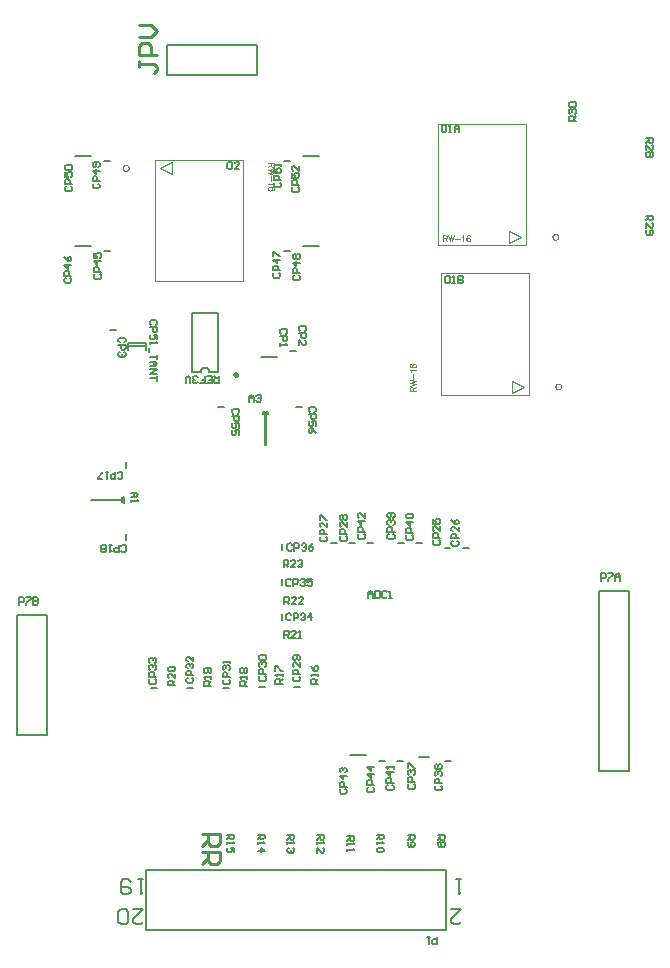
<source format=gto>
%FSTAX43Y43*%
%MOMM*%
%SFA1B1*%

%IPPOS*%
%ADD41C,0.200000*%
%ADD42C,0.010000*%
%ADD43C,0.250000*%
%ADD44C,0.150000*%
%ADD45C,0.253999*%
%ADD46C,0.076000*%
%ADD47C,0.203000*%
%LNpcb1-1*%
%LPD*%
G54D41*
X0147526Y0133249D02*
D01*
X0147527Y0133233*
X0147529Y0133217*
X0147532Y01332*
X0147536Y0133184*
X0147541Y0133168*
X0147547Y0133153*
X0147554Y0133138*
X0147563Y0133124*
X0147572Y013311*
X0147582Y0133097*
X0147593Y0133085*
X0147605Y0133073*
X0147618Y0133063*
X0147631Y0133053*
X0147645Y0133044*
X014766Y0133036*
X0147675Y013303*
X014769Y0133024*
X0147706Y013302*
X0147722Y0133016*
X0147739Y0133014*
X0147755Y0133013*
X0147772*
X0147788Y0133014*
X0147805Y0133016*
X0147821Y013302*
X0147837Y0133024*
X0147852Y013303*
X0147867Y0133036*
X0147882Y0133044*
X0147896Y0133053*
X0147909Y0133063*
X0147922Y0133073*
X0147934Y0133085*
X0147945Y0133097*
X0147955Y013311*
X0147964Y0133124*
X0147973Y0133138*
X014798Y0133153*
X0147986Y0133168*
X0147991Y0133184*
X0147995Y01332*
X0147998Y0133217*
X0148Y0133233*
X0148Y0133249*
X0135813Y0126036D02*
D01*
X0135797Y0126036*
X0135781Y0126034*
X0135764Y0126031*
X0135748Y0126027*
X0135732Y0126022*
X0135717Y0126016*
X0135702Y0126009*
X0135688Y0126*
X0135674Y0125991*
X0135661Y0125981*
X0135649Y012597*
X0135637Y0125958*
X0135627Y0125945*
X0135617Y0125932*
X0135608Y0125918*
X01356Y0125903*
X0135594Y0125888*
X0135588Y0125873*
X0135584Y0125857*
X013558Y0125841*
X0135578Y0125824*
X0135577Y0125808*
Y0125791*
X0135578Y0125775*
X013558Y0125758*
X0135584Y0125742*
X0135588Y0125726*
X0135594Y0125711*
X01356Y0125696*
X0135608Y0125681*
X0135617Y0125667*
X0135627Y0125654*
X0135637Y0125641*
X0135649Y0125629*
X0135661Y0125618*
X0135674Y0125608*
X0135688Y0125599*
X0135702Y012559*
X0135717Y0125583*
X0135732Y0125577*
X0135748Y0125572*
X0135764Y0125568*
X0135781Y0125565*
X0135797Y0125563*
X0135813Y0125561*
X014303Y0136625D02*
D01*
X014303Y0136651*
X0143027Y0136677*
X0143022Y0136702*
X0143016Y0136727*
X0143008Y0136751*
X0142999Y0136775*
X0142988Y0136798*
X0142975Y013682*
X014296Y0136841*
X0142945Y0136861*
X0142927Y013688*
X0142909Y0136898*
X0142889Y0136915*
X0142869Y013693*
X0142847Y0136943*
X0142824Y0136955*
X0142801Y0136966*
X0142777Y0136975*
X0142752Y0136982*
X0142727Y0136987*
X0142702Y013699*
X0142676Y0136992*
X0142651*
X0142625Y013699*
X01426Y0136987*
X0142575Y0136982*
X014255Y0136975*
X0142526Y0136966*
X0142503Y0136955*
X014248Y0136943*
X0142458Y013693*
X0142438Y0136915*
X0142418Y0136898*
X0142399Y013688*
X0142382Y0136861*
X0142367Y0136841*
X0142352Y013682*
X0142339Y0136798*
X0142328Y0136775*
X0142319Y0136751*
X0142311Y0136727*
X0142304Y0136702*
X01423Y0136677*
X0142297Y0136651*
X0142296Y0136625*
X0147748Y0130399D02*
Y0133249D01*
Y0130399D02*
X0147778D01*
Y0133249*
X0148*
X0147526D02*
X0147748D01*
X0143773Y0133666D02*
X0144273D01*
X0150387D02*
X0150887D01*
X0154965Y0104187D02*
X0156265D01*
X0149154Y0118552D02*
Y0119052D01*
Y0121569D02*
Y0122069D01*
X0162985Y0103687D02*
X0163485D01*
X0158968Y0122144D02*
X0159468D01*
X0160492D02*
X0160992D01*
X0158921Y0103687D02*
X0159421D01*
X0156381Y0122109D02*
X0156881D01*
X0157397Y0103687D02*
X0157897D01*
X0160803Y0103987D02*
X0161603D01*
X0138067Y0109854D02*
X0138567D01*
X0149129Y0115629D02*
Y0116129D01*
X0162934Y0121715D02*
X0163434D01*
X0164509D02*
X0165009D01*
X0153333Y0122109D02*
X0153833D01*
X0154857D02*
X0155357D01*
X0144213Y0109829D02*
X0144713D01*
X0141165D02*
X0141665D01*
X014725Y0109939D02*
X014775D01*
X0150167D02*
X0150667D01*
X0131674Y0147322D02*
X0132974D01*
X0134106Y0146822D02*
X0134606D01*
X0131674Y0154942D02*
X0132974D01*
X0134106Y0154442D02*
X0134606D01*
X0149346D02*
X0149846D01*
X0150978Y0154942D02*
X0152278D01*
X0135973Y0122365D02*
Y0122865D01*
X0132963Y0125814D02*
X0135813D01*
X0132963Y0125784D02*
Y0125814D01*
Y0125784D02*
X0135813D01*
Y0125561D02*
Y0125784D01*
Y0125814D02*
Y0126036D01*
X0135973Y0128461D02*
Y0128961D01*
X0150978Y0147322D02*
X0152278D01*
X0149346Y0146822D02*
X0149846D01*
X0149854Y0138358D02*
X0150354D01*
X0147422Y0137858D02*
X0148722D01*
X0141563Y0136625D02*
Y0141625D01*
X0143763Y0136625D02*
Y0141625D01*
X0141563D02*
X0143763D01*
X0141563Y0136625D02*
X0142296D01*
X014303D02*
X0143763D01*
X0137696Y0138442D02*
Y0139042D01*
X0136096Y0138442D02*
Y0139042D01*
X0137696*
X0136096Y0138852D02*
X0137696D01*
X0134614Y0140142D02*
X0135114D01*
X0126745Y0116077D02*
X0129285D01*
Y0105917D02*
Y0116077D01*
X0126745Y0105917D02*
Y0116077D01*
Y0105917D02*
X0129285D01*
X0178561Y0102869D02*
Y0118109D01*
X0176021Y0102869D02*
Y0118109D01*
Y0102869D02*
X0178561D01*
X0176021Y0118109D02*
X0178561D01*
X0147065Y0161797D02*
Y0164337D01*
X0139445Y0161797D02*
X0147065D01*
X0139445D02*
Y0164337D01*
X0147065*
X0137682Y0089335D02*
Y0094415D01*
X0161177D02*
X0163082D01*
Y0089335D02*
Y0094415D01*
X0161177Y0089335D02*
X0163082D01*
X0137682D02*
X0161177D01*
X0137682Y0094415D02*
X0161177D01*
G54D42*
X0172319Y014781D02*
D01*
X0172337Y0147811*
X0172354Y0147813*
X0172371Y0147816*
X0172388Y014782*
X0172405Y0147826*
X0172421Y0147832*
X0172437Y014784*
X0172452Y0147848*
X0172466Y0147858*
X017248Y0147869*
X0172493Y0147881*
X0172505Y0147893*
X0172516Y0147907*
X0172527Y0147921*
X0172536Y0147935*
X0172544Y0147951*
X0172551Y0147967*
X0172557Y0147983*
X0172562Y0148*
X0172566Y0148017*
X0172568Y0148034*
X0172569Y0148052*
Y0148069*
X0172568Y0148087*
X0172566Y0148104*
X0172562Y0148121*
X0172557Y0148138*
X0172551Y0148154*
X0172544Y014817*
X0172536Y0148185*
X0172527Y01482*
X0172516Y0148214*
X0172505Y0148228*
X0172493Y014824*
X017248Y0148252*
X0172466Y0148263*
X0172452Y0148273*
X0172437Y0148281*
X0172421Y0148289*
X0172405Y0148295*
X0172388Y0148301*
X0172371Y0148305*
X0172354Y0148308*
X0172337Y014831*
X0172319Y014831*
D01*
X0172302Y014831*
X0172285Y0148308*
X0172268Y0148305*
X0172251Y0148301*
X0172234Y0148295*
X0172218Y0148289*
X0172202Y0148281*
X0172187Y0148273*
X0172173Y0148263*
X0172159Y0148252*
X0172146Y014824*
X0172134Y0148228*
X0172122Y0148214*
X0172112Y01482*
X0172103Y0148185*
X0172095Y014817*
X0172088Y0148154*
X0172082Y0148138*
X0172077Y0148121*
X0172073Y0148104*
X0172071Y0148087*
X017207Y0148069*
Y0148052*
X0172071Y0148034*
X0172073Y0148017*
X0172077Y0148*
X0172082Y0147983*
X0172088Y0147967*
X0172095Y0147951*
X0172103Y0147935*
X0172112Y0147921*
X0172122Y0147907*
X0172134Y0147893*
X0172146Y0147881*
X0172159Y0147869*
X0172173Y0147858*
X0172187Y0147848*
X0172202Y014784*
X0172218Y0147832*
X0172234Y0147826*
X0172251Y014782*
X0172268Y0147816*
X0172285Y0147813*
X0172302Y0147811*
X0172319Y014781*
X017257Y0135135D02*
D01*
X0172588Y0135136*
X0172605Y0135138*
X0172622Y0135141*
X0172639Y0135145*
X0172656Y0135151*
X0172672Y0135157*
X0172688Y0135165*
X0172703Y0135173*
X0172717Y0135183*
X0172731Y0135194*
X0172744Y0135206*
X0172756Y0135218*
X0172767Y0135232*
X0172778Y0135246*
X0172787Y013526*
X0172795Y0135276*
X0172802Y0135292*
X0172808Y0135308*
X0172813Y0135325*
X0172817Y0135342*
X0172819Y0135359*
X017282Y0135377*
Y0135394*
X0172819Y0135412*
X0172817Y0135429*
X0172813Y0135446*
X0172808Y0135463*
X0172802Y0135479*
X0172795Y0135495*
X0172787Y013551*
X0172778Y0135525*
X0172767Y0135539*
X0172756Y0135553*
X0172744Y0135565*
X0172731Y0135577*
X0172717Y0135588*
X0172703Y0135598*
X0172688Y0135606*
X0172672Y0135614*
X0172656Y013562*
X0172639Y0135626*
X0172622Y013563*
X0172605Y0135633*
X0172588Y0135635*
X017257Y0135635*
D01*
X0172553Y0135635*
X0172536Y0135633*
X0172519Y013563*
X0172502Y0135626*
X0172485Y013562*
X0172469Y0135614*
X0172453Y0135606*
X0172438Y0135598*
X0172424Y0135588*
X017241Y0135577*
X0172397Y0135565*
X0172385Y0135553*
X0172373Y0135539*
X0172363Y0135525*
X0172354Y013551*
X0172346Y0135495*
X0172339Y0135479*
X0172333Y0135463*
X0172328Y0135446*
X0172324Y0135429*
X0172322Y0135412*
X0172321Y0135394*
Y0135377*
X0172322Y0135359*
X0172324Y0135342*
X0172328Y0135325*
X0172333Y0135308*
X0172339Y0135292*
X0172346Y0135276*
X0172354Y013526*
X0172363Y0135246*
X0172373Y0135232*
X0172385Y0135218*
X0172397Y0135206*
X017241Y0135194*
X0172424Y0135183*
X0172438Y0135173*
X0172453Y0135165*
X0172469Y0135157*
X0172485Y0135151*
X0172502Y0135145*
X0172519Y0135141*
X0172536Y0135138*
X0172553Y0135136*
X017257Y0135135*
X0135945Y0154143D02*
D01*
X0135928Y0154143*
X0135911Y0154141*
X0135894Y0154138*
X0135877Y0154134*
X013586Y0154128*
X0135844Y0154122*
X0135828Y0154114*
X0135813Y0154105*
X0135799Y0154096*
X0135785Y0154085*
X0135772Y0154073*
X013576Y0154061*
X0135748Y0154047*
X0135738Y0154033*
X0135729Y0154018*
X0135721Y0154003*
X0135714Y0153987*
X0135708Y0153971*
X0135703Y0153954*
X0135699Y0153937*
X0135697Y015392*
X0135696Y0153902*
Y0153885*
X0135697Y0153867*
X0135699Y015385*
X0135703Y0153833*
X0135708Y0153816*
X0135714Y01538*
X0135721Y0153784*
X0135729Y0153768*
X0135738Y0153754*
X0135748Y015374*
X013576Y0153726*
X0135772Y0153714*
X0135785Y0153702*
X0135799Y0153691*
X0135813Y0153681*
X0135828Y0153673*
X0135844Y0153665*
X013586Y0153659*
X0135877Y0153653*
X0135894Y0153649*
X0135911Y0153646*
X0135928Y0153644*
X0135945Y0153642*
D01*
X0135963Y0153643*
X013598Y0153645*
X0135997Y0153648*
X0136014Y0153652*
X0136031Y0153658*
X0136047Y0153664*
X0136063Y0153672*
X0136078Y015368*
X0136092Y015369*
X0136106Y0153701*
X0136119Y0153713*
X0136131Y0153725*
X0136142Y0153739*
X0136153Y0153753*
X0136162Y0153767*
X013617Y0153783*
X0136177Y0153799*
X0136183Y0153815*
X0136188Y0153832*
X0136192Y0153849*
X0136194Y0153866*
X0136195Y0153884*
Y0153901*
X0136194Y0153919*
X0136192Y0153936*
X0136188Y0153953*
X0136183Y015397*
X0136177Y0153986*
X013617Y0154002*
X0136162Y0154017*
X0136153Y0154032*
X0136142Y0154046*
X0136131Y015406*
X0136119Y0154072*
X0136106Y0154084*
X0136092Y0154095*
X0136078Y0154105*
X0136063Y0154113*
X0136047Y0154121*
X0136031Y0154127*
X0136014Y0154133*
X0135997Y0154137*
X013598Y015414*
X0135963Y0154142*
X0135945Y0154143*
X0168411Y0147548D02*
X016943Y0148059D01*
X0168411Y0147548D02*
Y0148559D01*
X016943Y0148059*
X0169811Y0147348D02*
Y015765D01*
X0162409D02*
X0169811D01*
X0162409Y0147348D02*
Y015765D01*
Y0147348D02*
X0169811D01*
X0168662Y0134873D02*
X0169681Y0135384D01*
X0168662Y0134873D02*
Y0135884D01*
X0169681Y0135384*
X0170062Y0134673D02*
Y0144975D01*
X016266D02*
X0170062D01*
X016266Y0134673D02*
Y0144975D01*
Y0134673D02*
X0170062D01*
X0138834Y0153894D02*
X0139853Y0154404D01*
Y0153393D02*
Y0154404D01*
X0138834Y0153894D02*
X0139853Y0153393D01*
X0138453Y0144303D02*
Y0154605D01*
Y0144303D02*
X0145855D01*
Y0154605*
X0138453D02*
X0145855D01*
G54D43*
X0145388Y013637D02*
D01*
X0145388Y0136379*
X0145387Y0136388*
X0145386Y0136396*
X0145384Y0136405*
X0145381Y0136413*
X0145378Y0136421*
X0145374Y0136429*
X0145369Y0136437*
X0145365Y0136444*
X0145359Y0136451*
X0145353Y0136457*
X0145347Y0136463*
X014534Y0136469*
X0145333Y0136474*
X0145326Y0136479*
X0145318Y0136483*
X014531Y0136486*
X0145302Y0136489*
X0145294Y0136492*
X0145285Y0136494*
X0145277Y0136495*
X0145268Y0136495*
X0145259*
X014525Y0136495*
X0145242Y0136494*
X0145233Y0136492*
X0145225Y0136489*
X0145217Y0136486*
X0145209Y0136483*
X0145201Y0136479*
X0145194Y0136474*
X0145187Y0136469*
X014518Y0136463*
X0145174Y0136457*
X0145168Y0136451*
X0145162Y0136444*
X0145157Y0136437*
X0145153Y0136429*
X0145149Y0136421*
X0145146Y0136413*
X0145143Y0136405*
X0145141Y0136396*
X014514Y0136388*
X0145139Y0136379*
X0145138Y013637*
X0145139Y0136362*
X014514Y0136353*
X0145141Y0136344*
X0145143Y0136336*
X0145146Y0136328*
X0145149Y013632*
X0145153Y0136312*
X0145157Y0136304*
X0145162Y0136297*
X0145168Y013629*
X0145174Y0136284*
X014518Y0136278*
X0145187Y0136272*
X0145194Y0136267*
X0145201Y0136262*
X0145209Y0136258*
X0145217Y0136255*
X0145225Y0136252*
X0145233Y0136249*
X0145242Y0136247*
X014525Y0136246*
X0145259Y0136246*
X0145268*
X0145277Y0136246*
X0145285Y0136247*
X0145294Y0136249*
X0145302Y0136252*
X014531Y0136255*
X0145318Y0136258*
X0145326Y0136262*
X0145333Y0136267*
X014534Y0136272*
X0145347Y0136278*
X0145353Y0136284*
X0145359Y013629*
X0145365Y0136297*
X0145369Y0136304*
X0145374Y0136312*
X0145378Y013632*
X0145381Y0136328*
X0145384Y0136336*
X0145386Y0136344*
X0145387Y0136353*
X0145388Y0136362*
X0145388Y013637*
G54D44*
X0151918Y013324D02*
X0152018Y013334D01*
Y0133539*
X0151918Y0133639*
X0151518*
X0151418Y0133539*
Y013334*
X0151518Y013324*
X0151418Y013304D02*
X0152018D01*
Y013274*
X0151918Y013264*
X0151718*
X0151618Y013274*
Y013304*
X0152018Y013204D02*
Y013244D01*
X0151718*
X0151818Y013224*
Y013214*
X0151718Y013204*
X0151518*
X0151418Y013214*
Y013234*
X0151518Y013244*
X0152018Y013144D02*
X0151918Y013164D01*
X0151718Y013184*
X0151518*
X0151418Y013174*
Y013154*
X0151518Y013144*
X0151618*
X0151718Y013154*
Y013184*
X0145404Y013309D02*
X0145504Y013319D01*
Y0133389*
X0145404Y0133489*
X0145004*
X0144904Y0133389*
Y013319*
X0145004Y013309*
X0144904Y013289D02*
X0145504D01*
Y013259*
X0145404Y013249*
X0145204*
X0145104Y013259*
Y013289*
X0145504Y013189D02*
Y013229D01*
X0145204*
X0145304Y013209*
Y013199*
X0145204Y013189*
X0145004*
X0144904Y013199*
Y013219*
X0145004Y013229*
X0145504Y013129D02*
Y013169D01*
X0145204*
X0145304Y013149*
Y013139*
X0145204Y013129*
X0145004*
X0144904Y013139*
Y013159*
X0145004Y013169*
X0146372Y0134108D02*
Y0134507D01*
X0146572Y0134707*
X0146772Y0134507*
Y0134108*
Y0134407*
X0146372*
X0146972Y0134607D02*
X0147072Y0134707D01*
X0147272*
X0147372Y0134607*
Y0134507*
X0147272Y0134407*
X0147172*
X0147272*
X0147372Y0134307*
Y0134207*
X0147272Y0134108*
X0147072*
X0146972Y0134207*
X0156445Y0117489D02*
Y0117889D01*
X0156645Y0118089*
X0156845Y0117889*
Y0117489*
Y0117789*
X0156445*
X0157045Y0118089D02*
Y0117489D01*
X0157345*
X0157445Y0117589*
Y0117989*
X0157345Y0118089*
X0157045*
X0158044Y0117989D02*
X0157945Y0118089D01*
X0157745*
X0157645Y0117989*
Y0117589*
X0157745Y0117489*
X0157945*
X0158044Y0117589*
X0158244Y0117489D02*
X0158444D01*
X0158344*
Y0118089*
X0158244Y0117989*
X0162055Y0122371D02*
X0161955Y0122271D01*
Y0122071*
X0162055Y0121971*
X0162455*
X0162555Y0122071*
Y0122271*
X0162455Y0122371*
X0162555Y0122571D02*
X0161955D01*
Y0122871*
X0162055Y0122971*
X0162255*
X0162355Y0122871*
Y0122571*
X0162555Y012357D02*
Y0123171D01*
X0162155Y012357*
X0162055*
X0161955Y0123471*
Y0123271*
X0162055Y0123171*
X0161955Y012417D02*
Y012377D01*
X0162255*
X0162155Y012397*
Y012407*
X0162255Y012417*
X0162455*
X0162555Y012407*
Y012387*
X0162455Y012377*
X0163614Y0122321D02*
X0163514Y0122221D01*
Y0122021*
X0163614Y0121921*
X0164014*
X0164114Y0122021*
Y0122221*
X0164014Y0122321*
X0164114Y0122521D02*
X0163514D01*
Y0122821*
X0163614Y0122921*
X0163814*
X0163914Y0122821*
Y0122521*
X0164114Y012352D02*
Y0123121D01*
X0163714Y012352*
X0163614*
X0163514Y0123421*
Y0123221*
X0163614Y0123121*
X0163514Y012412D02*
X0163614Y012392D01*
X0163814Y012372*
X0164014*
X0164114Y012382*
Y012402*
X0164014Y012412*
X0163914*
X0163814Y012402*
Y012372*
X0152453Y0122665D02*
X0152353Y0122565D01*
Y0122365*
X0152453Y0122265*
X0152853*
X0152953Y0122365*
Y0122565*
X0152853Y0122665*
X0152953Y0122865D02*
X0152353D01*
Y0123165*
X0152453Y0123265*
X0152653*
X0152753Y0123165*
Y0122865*
X0152953Y0123864D02*
Y0123465D01*
X0152553Y0123864*
X0152453*
X0152353Y0123765*
Y0123565*
X0152453Y0123465*
X0152353Y0124064D02*
Y0124464D01*
X0152453*
X0152853Y0124064*
X0152953*
X0154164Y0122705D02*
X0154064Y0122605D01*
Y0122405*
X0154164Y0122305*
X0154564*
X0154664Y0122405*
Y0122605*
X0154564Y0122705*
X0154664Y0122905D02*
X0154064D01*
Y0123205*
X0154164Y0123305*
X0154364*
X0154464Y0123205*
Y0122905*
X0154664Y0123904D02*
Y0123505D01*
X0154264Y0123904*
X0154164*
X0154064Y0123805*
Y0123605*
X0154164Y0123505*
Y0124104D02*
X0154064Y0124204D01*
Y0124404*
X0154164Y0124504*
X0154264*
X0154364Y0124404*
X0154464Y0124504*
X0154564*
X0154664Y0124404*
Y0124204*
X0154564Y0124104*
X0154464*
X0154364Y0124204*
X0154264Y0124104*
X0154164*
X0154364Y0124204D02*
Y0124404D01*
X0150199Y0110824D02*
X0150099Y0110724D01*
Y0110524*
X0150199Y0110424*
X0150599*
X0150699Y0110524*
Y0110724*
X0150599Y0110824*
X0150699Y0111024D02*
X0150099D01*
Y0111324*
X0150199Y0111424*
X0150399*
X0150499Y0111324*
Y0111024*
X0150699Y0112023D02*
Y0111624D01*
X0150299Y0112023*
X0150199*
X0150099Y0111924*
Y0111724*
X0150199Y0111624*
X0150599Y0112223D02*
X0150699Y0112323D01*
Y0112523*
X0150599Y0112623*
X0150199*
X0150099Y0112523*
Y0112323*
X0150199Y0112223*
X0150299*
X0150399Y0112323*
Y0112623*
X0147299Y0110849D02*
X0147199Y0110749D01*
Y0110549*
X0147299Y0110449*
X0147699*
X0147799Y0110549*
Y0110749*
X0147699Y0110849*
X0147799Y0111049D02*
X0147199D01*
Y0111349*
X0147299Y0111449*
X0147499*
X0147599Y0111349*
Y0111049*
X0147299Y0111649D02*
X0147199Y0111749D01*
Y0111949*
X0147299Y0112048*
X0147399*
X0147499Y0111949*
Y0111849*
Y0111949*
X0147599Y0112048*
X0147699*
X0147799Y0111949*
Y0111749*
X0147699Y0111649*
X0147299Y0112248D02*
X0147199Y0112348D01*
Y0112548*
X0147299Y0112648*
X0147699*
X0147799Y0112548*
Y0112348*
X0147699Y0112248*
X0147299*
X0144249Y0110574D02*
X0144149Y0110474D01*
Y0110274*
X0144249Y0110174*
X0144649*
X0144749Y0110274*
Y0110474*
X0144649Y0110574*
X0144749Y0110774D02*
X0144149D01*
Y0111074*
X0144249Y0111174*
X0144449*
X0144549Y0111074*
Y0110774*
X0144249Y0111374D02*
X0144149Y0111474D01*
Y0111674*
X0144249Y0111773*
X0144349*
X0144449Y0111674*
Y0111574*
Y0111674*
X0144549Y0111773*
X0144649*
X0144749Y0111674*
Y0111474*
X0144649Y0111374*
X0144749Y0111973D02*
Y0112173D01*
Y0112073*
X0144149*
X0144249Y0111973*
X0141174Y0110724D02*
X0141074Y0110624D01*
Y0110424*
X0141174Y0110324*
X0141574*
X0141674Y0110424*
Y0110624*
X0141574Y0110724*
X0141674Y0110924D02*
X0141074D01*
Y0111224*
X0141174Y0111324*
X0141374*
X0141474Y0111224*
Y0110924*
X0141174Y0111524D02*
X0141074Y0111624D01*
Y0111824*
X0141174Y0111923*
X0141274*
X0141374Y0111824*
Y0111724*
Y0111824*
X0141474Y0111923*
X0141574*
X0141674Y0111824*
Y0111624*
X0141574Y0111524*
X0141674Y0112523D02*
Y0112123D01*
X0141274Y0112523*
X0141174*
X0141074Y0112423*
Y0112223*
X0141174Y0112123*
X0138024Y0110599D02*
X0137924Y0110499D01*
Y0110299*
X0138024Y0110199*
X0138424*
X0138524Y0110299*
Y0110499*
X0138424Y0110599*
X0138524Y0110799D02*
X0137924D01*
Y0111099*
X0138024Y0111199*
X0138224*
X0138324Y0111099*
Y0110799*
X0138024Y0111399D02*
X0137924Y0111499D01*
Y0111699*
X0138024Y0111798*
X0138124*
X0138224Y0111699*
Y0111599*
Y0111699*
X0138324Y0111798*
X0138424*
X0138524Y0111699*
Y0111499*
X0138424Y0111399*
X0138024Y0111998D02*
X0137924Y0112098D01*
Y0112298*
X0138024Y0112398*
X0138124*
X0138224Y0112298*
Y0112198*
Y0112298*
X0138324Y0112398*
X0138424*
X0138524Y0112298*
Y0112098*
X0138424Y0111998*
X0149949Y0116074D02*
X0149849Y0116174D01*
X0149649*
X0149549Y0116074*
Y0115674*
X0149649Y0115574*
X0149849*
X0149949Y0115674*
X0150149Y0115574D02*
Y0116174D01*
X0150449*
X0150549Y0116074*
Y0115874*
X0150449Y0115774*
X0150149*
X0150749Y0116074D02*
X0150849Y0116174D01*
X0151049*
X0151148Y0116074*
Y0115974*
X0151049Y0115874*
X0150949*
X0151049*
X0151148Y0115774*
Y0115674*
X0151049Y0115574*
X0150849*
X0150749Y0115674*
X0151648Y0115574D02*
Y0116174D01*
X0151348Y0115874*
X0151748*
X0149924Y0118999D02*
X0149824Y0119099D01*
X0149624*
X0149524Y0118999*
Y0118599*
X0149624Y0118499*
X0149824*
X0149924Y0118599*
X0150124Y0118499D02*
Y0119099D01*
X0150424*
X0150524Y0118999*
Y0118799*
X0150424Y0118699*
X0150124*
X0150724Y0118999D02*
X0150824Y0119099D01*
X0151024*
X0151123Y0118999*
Y0118899*
X0151024Y0118799*
X0150924*
X0151024*
X0151123Y0118699*
Y0118599*
X0151024Y0118499*
X0150824*
X0150724Y0118599*
X0151723Y0119099D02*
X0151323D01*
Y0118799*
X0151523Y0118899*
X0151623*
X0151723Y0118799*
Y0118599*
X0151623Y0118499*
X0151423*
X0151323Y0118599*
X0150024Y0121999D02*
X0149924Y0122099D01*
X0149724*
X0149624Y0121999*
Y0121599*
X0149724Y0121499*
X0149924*
X0150024Y0121599*
X0150224Y0121499D02*
Y0122099D01*
X0150524*
X0150624Y0121999*
Y0121799*
X0150524Y0121699*
X0150224*
X0150824Y0121999D02*
X0150924Y0122099D01*
X0151124*
X0151223Y0121999*
Y0121899*
X0151124Y0121799*
X0151024*
X0151124*
X0151223Y0121699*
Y0121599*
X0151124Y0121499*
X0150924*
X0150824Y0121599*
X0151823Y0122099D02*
X0151623Y0121999D01*
X0151423Y0121799*
Y0121599*
X0151523Y0121499*
X0151723*
X0151823Y0121599*
Y0121699*
X0151723Y0121799*
X0151423*
X0159914Y0101719D02*
X0159814Y0101619D01*
Y0101419*
X0159914Y0101319*
X0160314*
X0160414Y0101419*
Y0101619*
X0160314Y0101719*
X0160414Y0101919D02*
X0159814D01*
Y0102219*
X0159914Y0102319*
X0160114*
X0160214Y0102219*
Y0101919*
X0159914Y0102519D02*
X0159814Y0102619D01*
Y0102819*
X0159914Y0102918*
X0160014*
X0160114Y0102819*
Y0102719*
Y0102819*
X0160214Y0102918*
X0160314*
X0160414Y0102819*
Y0102619*
X0160314Y0102519*
X0159814Y0103118D02*
Y0103518D01*
X0159914*
X0160314Y0103118*
X0160414*
X0162189Y0101594D02*
X0162089Y0101494D01*
Y0101294*
X0162189Y0101194*
X0162589*
X0162689Y0101294*
Y0101494*
X0162589Y0101594*
X0162689Y0101794D02*
X0162089D01*
Y0102094*
X0162189Y0102194*
X0162389*
X0162489Y0102094*
Y0101794*
X0162189Y0102394D02*
X0162089Y0102494D01*
Y0102694*
X0162189Y0102793*
X0162289*
X0162389Y0102694*
Y0102594*
Y0102694*
X0162489Y0102793*
X0162589*
X0162689Y0102694*
Y0102494*
X0162589Y0102394*
X0162189Y0102993D02*
X0162089Y0103093D01*
Y0103293*
X0162189Y0103393*
X0162289*
X0162389Y0103293*
X0162489Y0103393*
X0162589*
X0162689Y0103293*
Y0103093*
X0162589Y0102993*
X0162489*
X0162389Y0103093*
X0162289Y0102993*
X0162189*
X0162389Y0103093D02*
Y0103293D01*
X0158195Y0122881D02*
X0158095Y0122781D01*
Y0122581*
X0158195Y0122481*
X0158595*
X0158695Y0122581*
Y0122781*
X0158595Y0122881*
X0158695Y0123081D02*
X0158095D01*
Y0123381*
X0158195Y0123481*
X0158395*
X0158495Y0123381*
Y0123081*
X0158195Y0123681D02*
X0158095Y0123781D01*
Y0123981*
X0158195Y012408*
X0158295*
X0158395Y0123981*
Y0123881*
Y0123981*
X0158495Y012408*
X0158595*
X0158695Y0123981*
Y0123781*
X0158595Y0123681*
Y012428D02*
X0158695Y012438D01*
Y012458*
X0158595Y012468*
X0158195*
X0158095Y012458*
Y012438*
X0158195Y012428*
X0158295*
X0158395Y012438*
Y012468*
X0159787Y0122814D02*
X0159687Y0122714D01*
Y0122514*
X0159787Y0122414*
X0160187*
X0160287Y0122514*
Y0122714*
X0160187Y0122814*
X0160287Y0123014D02*
X0159687D01*
Y0123314*
X0159787Y0123414*
X0159987*
X0160087Y0123314*
Y0123014*
X0160287Y0123914D02*
X0159687D01*
X0159987Y0123614*
Y0124013*
X0159787Y0124213D02*
X0159687Y0124313D01*
Y0124513*
X0159787Y0124613*
X0160187*
X0160287Y0124513*
Y0124313*
X0160187Y0124213*
X0159787*
X0158114Y0101644D02*
X0158014Y0101544D01*
Y0101344*
X0158114Y0101244*
X0158514*
X0158614Y0101344*
Y0101544*
X0158514Y0101644*
X0158614Y0101844D02*
X0158014D01*
Y0102144*
X0158114Y0102244*
X0158314*
X0158414Y0102144*
Y0101844*
X0158614Y0102744D02*
X0158014D01*
X0158314Y0102444*
Y0102843*
X0158614Y0103043D02*
Y0103243D01*
Y0103143*
X0158014*
X0158114Y0103043*
X0155698Y0122871D02*
X0155598Y0122771D01*
Y0122571*
X0155698Y0122471*
X0156098*
X0156198Y0122571*
Y0122771*
X0156098Y0122871*
X0156198Y0123071D02*
X0155598D01*
Y0123371*
X0155698Y0123471*
X0155898*
X0155998Y0123371*
Y0123071*
X0156198Y0123971D02*
X0155598D01*
X0155898Y0123671*
Y012407*
X0156198Y012467D02*
Y012427D01*
X0155798Y012467*
X0155698*
X0155598Y012457*
Y012437*
X0155698Y012427*
X0154139Y0101319D02*
X0154039Y0101219D01*
Y0101019*
X0154139Y0100919*
X0154539*
X0154639Y0101019*
Y0101219*
X0154539Y0101319*
X0154639Y0101519D02*
X0154039D01*
Y0101819*
X0154139Y0101919*
X0154339*
X0154439Y0101819*
Y0101519*
X0154639Y0102419D02*
X0154039D01*
X0154339Y0102119*
Y0102518*
X0154139Y0102718D02*
X0154039Y0102818D01*
Y0103018*
X0154139Y0103118*
X0154239*
X0154339Y0103018*
Y0102918*
Y0103018*
X0154439Y0103118*
X0154539*
X0154639Y0103018*
Y0102818*
X0154539Y0102718*
X0156489Y0101444D02*
X0156389Y0101344D01*
Y0101144*
X0156489Y0101044*
X0156889*
X0156989Y0101144*
Y0101344*
X0156889Y0101444*
X0156989Y0101644D02*
X0156389D01*
Y0101944*
X0156489Y0102044*
X0156689*
X0156789Y0101944*
Y0101644*
X0156989Y0102544D02*
X0156389D01*
X0156689Y0102244*
Y0102643*
X0156989Y0103143D02*
X0156389D01*
X0156689Y0102843*
Y0103243*
X0162989Y0157519D02*
X0162789D01*
X0162689Y0157419*
Y0157019*
X0162789Y0156919*
X0162989*
X0163089Y0157019*
Y0157419*
X0162989Y0157519*
X0163289Y0156919D02*
X0163489D01*
X0163389*
Y0157519*
X0163289Y0157419*
X0163789Y0156919D02*
Y0157319D01*
X0163989Y0157519*
X0164189Y0157319*
Y0156919*
Y0157219*
X0163789*
X0162274Y0088779D02*
Y0088179D01*
X0161974*
X0161874Y0088279*
Y0088479*
X0161974Y0088579*
X0162274*
X0161674Y0088779D02*
X0161474D01*
X0161574*
Y0088179*
X0161674Y0088279*
X0162349Y0097429D02*
X0162949D01*
Y0097129*
X0162849Y0097029*
X0162649*
X0162549Y0097129*
Y0097429*
Y0097229D02*
X0162349Y0097029D01*
X0162849Y0096829D02*
X0162949Y0096729D01*
Y0096529*
X0162849Y0096429*
X0162749*
X0162649Y0096529*
X0162549Y0096429*
X0162449*
X0162349Y0096529*
Y0096729*
X0162449Y0096829*
X0162549*
X0162649Y0096729*
X0162749Y0096829*
X0162849*
X0162649Y0096729D02*
Y0096529D01*
X0159799Y0097429D02*
X0160399D01*
Y0097129*
X0160299Y0097029*
X0160099*
X0159999Y0097129*
Y0097429*
Y0097229D02*
X0159799Y0097029D01*
X0159899Y0096829D02*
X0159799Y0096729D01*
Y0096529*
X0159899Y0096429*
X0160299*
X0160399Y0096529*
Y0096729*
X0160299Y0096829*
X0160199*
X0160099Y0096729*
Y0096429*
X0157174Y0097454D02*
X0157774D01*
Y0097154*
X0157674Y0097054*
X0157474*
X0157374Y0097154*
Y0097454*
Y0097254D02*
X0157174Y0097054D01*
Y0096854D02*
Y0096654D01*
Y0096754*
X0157774*
X0157674Y0096854*
Y0096354D02*
X0157774Y0096254D01*
Y0096054*
X0157674Y0095954*
X0157274*
X0157174Y0096054*
Y0096254*
X0157274Y0096354*
X0157674*
X0154699Y0097329D02*
X0155299D01*
Y0097029*
X0155199Y0096929*
X0154999*
X0154899Y0097029*
Y0097329*
Y0097129D02*
X0154699Y0096929D01*
Y0096729D02*
Y0096529D01*
Y0096629*
X0155299*
X0155199Y0096729*
X0154699Y0096229D02*
Y0096029D01*
Y0096129*
X0155299*
X0155199Y0096229*
X0152149Y0097429D02*
X0152749D01*
Y0097129*
X0152649Y0097029*
X0152449*
X0152349Y0097129*
Y0097429*
Y0097229D02*
X0152149Y0097029D01*
Y0096829D02*
Y0096629D01*
Y0096729*
X0152749*
X0152649Y0096829*
X0152149Y0095929D02*
Y0096329D01*
X0152549Y0095929*
X0152649*
X0152749Y0096029*
Y0096229*
X0152649Y0096329*
X0149624Y0097429D02*
X0150224D01*
Y0097129*
X0150124Y0097029*
X0149924*
X0149824Y0097129*
Y0097429*
Y0097229D02*
X0149624Y0097029D01*
Y0096829D02*
Y0096629D01*
Y0096729*
X0150224*
X0150124Y0096829*
Y0096329D02*
X0150224Y0096229D01*
Y0096029*
X0150124Y0095929*
X0150024*
X0149924Y0096029*
Y0096129*
Y0096029*
X0149824Y0095929*
X0149724*
X0149624Y0096029*
Y0096229*
X0149724Y0096329*
X0147099Y0097454D02*
X0147699D01*
Y0097154*
X0147599Y0097054*
X0147399*
X0147299Y0097154*
Y0097454*
Y0097254D02*
X0147099Y0097054D01*
Y0096854D02*
Y0096654D01*
Y0096754*
X0147699*
X0147599Y0096854*
X0147099Y0096054D02*
X0147699D01*
X0147399Y0096354*
Y0095954*
X0144524Y0097454D02*
X0145124D01*
Y0097154*
X0145024Y0097054*
X0144824*
X0144724Y0097154*
Y0097454*
Y0097254D02*
X0144524Y0097054D01*
Y0096854D02*
Y0096654D01*
Y0096754*
X0145124*
X0145024Y0096854*
X0145124Y0095954D02*
Y0096354D01*
X0144824*
X0144924Y0096154*
Y0096054*
X0144824Y0095954*
X0144624*
X0144524Y0096054*
Y0096254*
X0144624Y0096354*
X0152213Y0110239D02*
X0151613D01*
Y0110539*
X0151713Y0110639*
X0151913*
X0152013Y0110539*
Y0110239*
Y0110439D02*
X0152213Y0110639D01*
Y0110839D02*
Y0111039D01*
Y0110939*
X0151613*
X0151713Y0110839*
X0151613Y0111739D02*
X0151713Y0111539D01*
X0151913Y0111339*
X0152113*
X0152213Y0111439*
Y0111639*
X0152113Y0111739*
X0152013*
X0151913Y0111639*
Y0111339*
X0149213Y0110239D02*
X0148613D01*
Y0110539*
X0148713Y0110639*
X0148913*
X0149013Y0110539*
Y0110239*
Y0110439D02*
X0149213Y0110639D01*
Y0110839D02*
Y0111039D01*
Y0110939*
X0148613*
X0148713Y0110839*
X0148613Y0111339D02*
Y0111739D01*
X0148713*
X0149113Y0111339*
X0149213*
X0146218Y0110054D02*
X0145618D01*
Y0110354*
X0145718Y0110454*
X0145918*
X0146018Y0110354*
Y0110054*
Y0110254D02*
X0146218Y0110454D01*
Y0110654D02*
Y0110854D01*
Y0110754*
X0145618*
X0145718Y0110654*
Y0111154D02*
X0145618Y0111254D01*
Y0111454*
X0145718Y0111554*
X0145818*
X0145918Y0111454*
X0146018Y0111554*
X0146118*
X0146218Y0111454*
Y0111254*
X0146118Y0111154*
X0146018*
X0145918Y0111254*
X0145818Y0111154*
X0145718*
X0145918Y0111254D02*
Y0111454D01*
X0143168Y0110054D02*
X0142568D01*
Y0110354*
X0142668Y0110454*
X0142868*
X0142968Y0110354*
Y0110054*
Y0110254D02*
X0143168Y0110454D01*
Y0110654D02*
Y0110854D01*
Y0110754*
X0142568*
X0142668Y0110654*
X0143068Y0111154D02*
X0143168Y0111254D01*
Y0111454*
X0143068Y0111554*
X0142668*
X0142568Y0111454*
Y0111254*
X0142668Y0111154*
X0142768*
X0142868Y0111254*
Y0111554*
X0140143Y0110079D02*
X0139543D01*
Y0110379*
X0139643Y0110479*
X0139843*
X0139943Y0110379*
Y0110079*
Y0110279D02*
X0140143Y0110479D01*
Y0111079D02*
Y0110679D01*
X0139743Y0111079*
X0139643*
X0139543Y0110979*
Y0110779*
X0139643Y0110679*
Y0111279D02*
X0139543Y0111379D01*
Y0111579*
X0139643Y0111678*
X0140043*
X0140143Y0111579*
Y0111379*
X0140043Y0111279*
X0139643*
X0149354Y0114105D02*
Y0114705D01*
X0149654*
X0149754Y0114605*
Y0114405*
X0149654Y0114305*
X0149354*
X0149554D02*
X0149754Y0114105D01*
X0150354D02*
X0149954D01*
X0150354Y0114505*
Y0114605*
X0150254Y0114705*
X0150054*
X0149954Y0114605*
X0150554Y0114105D02*
X0150754D01*
X0150654*
Y0114705*
X0150554Y0114605*
X0149379Y011698D02*
Y011758D01*
X0149679*
X0149779Y011748*
Y011728*
X0149679Y011718*
X0149379*
X0149579D02*
X0149779Y011698D01*
X0150379D02*
X0149979D01*
X0150379Y011738*
Y011748*
X0150279Y011758*
X0150079*
X0149979Y011748*
X0150978Y011698D02*
X0150579D01*
X0150978Y011738*
Y011748*
X0150879Y011758*
X0150679*
X0150579Y011748*
X0149304Y012008D02*
Y012068D01*
X0149604*
X0149704Y012058*
Y012038*
X0149604Y012028*
X0149304*
X0149504D02*
X0149704Y012008D01*
X0150304D02*
X0149904D01*
X0150304Y012048*
Y012058*
X0150204Y012068*
X0150004*
X0149904Y012058*
X0150504D02*
X0150604Y012068D01*
X0150804*
X0150903Y012058*
Y012048*
X0150804Y012038*
X0150704*
X0150804*
X0150903Y012028*
Y012018*
X0150804Y012008*
X0150604*
X0150504Y012018*
X0179989Y0149844D02*
X0180589D01*
Y0149544*
X0180489Y0149444*
X0180289*
X0180189Y0149544*
Y0149844*
Y0149644D02*
X0179989Y0149444D01*
Y0148844D02*
Y0149244D01*
X0180389Y0148844*
X0180489*
X0180589Y0148944*
Y0149144*
X0180489Y0149244*
X0180089Y0148644D02*
X0179989Y0148544D01*
Y0148344*
X0180089Y0148245*
X0180489*
X0180589Y0148344*
Y0148544*
X0180489Y0148644*
X0180389*
X0180289Y0148544*
Y0148245*
X0174064Y0157869D02*
X0173464D01*
Y0158169*
X0173564Y0158269*
X0173764*
X0173864Y0158169*
Y0157869*
Y0158069D02*
X0174064Y0158269D01*
X0173564Y0158469D02*
X0173464Y0158569D01*
Y0158769*
X0173564Y0158869*
X0173664*
X0173764Y0158769*
Y0158669*
Y0158769*
X0173864Y0158869*
X0173964*
X0174064Y0158769*
Y0158569*
X0173964Y0158469*
X0173564Y0159069D02*
X0173464Y0159169D01*
Y0159369*
X0173564Y0159468*
X0173964*
X0174064Y0159369*
Y0159169*
X0173964Y0159069*
X0173564*
X0180014Y0156419D02*
X0180614D01*
Y0156119*
X0180514Y0156019*
X0180314*
X0180214Y0156119*
Y0156419*
Y0156219D02*
X0180014Y0156019D01*
Y0155419D02*
Y0155819D01*
X0180414Y0155419*
X0180514*
X0180614Y0155519*
Y0155719*
X0180514Y0155819*
Y0155219D02*
X0180614Y0155119D01*
Y0154919*
X0180514Y015482*
X0180414*
X0180314Y0154919*
X0180214Y015482*
X0180114*
X0180014Y0154919*
Y0155119*
X0180114Y0155219*
X0180214*
X0180314Y0155119*
X0180414Y0155219*
X0180514*
X0180314Y0155119D02*
Y0154919D01*
X0143818Y0136265D02*
Y0135665D01*
X0143518*
X0143418Y0135765*
Y0135965*
X0143518Y0136065*
X0143818*
X0143618D02*
X0143418Y0136265D01*
X0142818Y0135665D02*
X0143218D01*
Y0136265*
X0142818*
X0143218Y0135965D02*
X0143018D01*
X0142219Y0135665D02*
X0142618D01*
Y0135965*
X0142418*
X0142618*
Y0136265*
X0142019Y0135765D02*
X0141919Y0135665D01*
X0141719*
X0141619Y0135765*
Y0135865*
X0141719Y0135965*
X0141819*
X0141719*
X0141619Y0136065*
Y0136165*
X0141719Y0136265*
X0141919*
X0142019Y0136165*
X0141419Y0135665D02*
Y0136065D01*
X0141219Y0136265*
X0141019Y0136065*
Y0135665*
X0136367Y0126392D02*
X0136767D01*
X0136967Y0126192*
X0136767Y0125992*
X0136367*
X0136667*
Y0126392*
X0136367Y0125792D02*
Y0125592D01*
Y0125692*
X0136967*
X0136867Y0125792*
X0149522Y013984D02*
X0149622Y013994D01*
Y014014*
X0149522Y014024*
X0149122*
X0149022Y014014*
Y013994*
X0149122Y013984*
X0149022Y013964D02*
X0149622D01*
Y013934*
X0149522Y013924*
X0149322*
X0149222Y013934*
Y013964*
X0149022Y013904D02*
Y013884D01*
Y013894*
X0149622*
X0149522Y013904*
X0151076Y0140082D02*
X0151176Y0140182D01*
Y0140382*
X0151076Y0140482*
X0150676*
X0150576Y0140382*
Y0140182*
X0150676Y0140082*
X0150576Y0139882D02*
X0151176D01*
Y0139582*
X0151076Y0139482*
X0150876*
X0150776Y0139582*
Y0139882*
X0150576Y0138883D02*
Y0139282D01*
X0150976Y0138883*
X0151076*
X0151176Y0138982*
Y0139182*
X0151076Y0139282*
X0135823Y0139117D02*
X0135923Y0139217D01*
Y0139417*
X0135823Y0139517*
X0135423*
X0135323Y0139417*
Y0139217*
X0135423Y0139117*
X0135323Y0138917D02*
X0135923D01*
Y0138617*
X0135823Y0138517*
X0135623*
X0135523Y0138617*
Y0138917*
X0135823Y0138317D02*
X0135923Y0138217D01*
Y0138017*
X0135823Y0137918*
X0135723*
X0135623Y0138017*
Y0138117*
Y0138017*
X0135523Y0137918*
X0135423*
X0135323Y0138017*
Y0138217*
X0135423Y0138317*
X0135253Y0127661D02*
X0135353Y0127561D01*
X0135552*
X0135652Y0127661*
Y0128061*
X0135552Y0128161*
X0135353*
X0135253Y0128061*
X0135053Y0128161D02*
Y0127561D01*
X0134753*
X0134653Y0127661*
Y0127861*
X0134753Y0127961*
X0135053*
X0134453Y0128161D02*
X0134253D01*
X0134353*
Y0127561*
X0134453Y0127661*
X0133953Y0127561D02*
X0133553D01*
Y0127661*
X0133953Y0128061*
Y0128161*
X0135541Y0121447D02*
X013564Y0121347D01*
X013584*
X013594Y0121447*
Y0121847*
X013584Y0121947*
X013564*
X0135541Y0121847*
X0135341Y0121947D02*
Y0121347D01*
X0135041*
X0134941Y0121447*
Y0121647*
X0135041Y0121747*
X0135341*
X0134741Y0121947D02*
X0134541D01*
X0134641*
Y0121347*
X0134741Y0121447*
X0134241D02*
X0134141Y0121347D01*
X0133941*
X0133841Y0121447*
Y0121547*
X0133941Y0121647*
X0133841Y0121747*
Y0121847*
X0133941Y0121947*
X0134141*
X0134241Y0121847*
Y0121747*
X0134141Y0121647*
X0134241Y0121547*
Y0121447*
X0134141Y0121647D02*
X0133941D01*
X0133339Y0144884D02*
X0133239Y0144784D01*
Y0144584*
X0133339Y0144484*
X0133739*
X0133839Y0144584*
Y0144784*
X0133739Y0144884*
X0133839Y0145084D02*
X0133239D01*
Y0145384*
X0133339Y0145484*
X0133539*
X0133639Y0145384*
Y0145084*
X0133839Y0145984D02*
X0133239D01*
X0133539Y0145684*
Y0146083*
X0133239Y0146683D02*
Y0146283D01*
X0133539*
X0133439Y0146483*
Y0146583*
X0133539Y0146683*
X0133739*
X0133839Y0146583*
Y0146383*
X0133739Y0146283*
X0130839Y0144576D02*
X0130739Y0144476D01*
Y0144276*
X0130839Y0144176*
X0131239*
X0131339Y0144276*
Y0144476*
X0131239Y0144576*
X0131339Y0144776D02*
X0130739D01*
Y0145076*
X0130839Y0145176*
X0131039*
X0131139Y0145076*
Y0144776*
X0131339Y0145676D02*
X0130739D01*
X0131039Y0145376*
Y0145775*
X0130739Y0146375D02*
X0130839Y0146175D01*
X0131039Y0145975*
X0131239*
X0131339Y0146075*
Y0146275*
X0131239Y0146375*
X0131139*
X0131039Y0146275*
Y0145975*
X0148514Y0145009D02*
X0148414Y0144909D01*
Y0144709*
X0148514Y0144609*
X0148914*
X0149014Y0144709*
Y0144909*
X0148914Y0145009*
X0149014Y0145209D02*
X0148414D01*
Y0145509*
X0148514Y0145609*
X0148714*
X0148814Y0145509*
Y0145209*
X0149014Y0146109D02*
X0148414D01*
X0148714Y0145809*
Y0146208*
X0148414Y0146408D02*
Y0146808D01*
X0148514*
X0148914Y0146408*
X0149014*
X0150181Y0144784D02*
X0150081Y0144684D01*
Y0144484*
X0150181Y0144384*
X0150581*
X0150681Y0144484*
Y0144684*
X0150581Y0144784*
X0150681Y0144984D02*
X0150081D01*
Y0145284*
X0150181Y0145384*
X0150381*
X0150481Y0145284*
Y0144984*
X0150681Y0145884D02*
X0150081D01*
X0150381Y0145584*
Y0145983*
X0150181Y0146183D02*
X0150081Y0146283D01*
Y0146483*
X0150181Y0146583*
X0150281*
X0150381Y0146483*
X0150481Y0146583*
X0150581*
X0150681Y0146483*
Y0146283*
X0150581Y0146183*
X0150481*
X0150381Y0146283*
X0150281Y0146183*
X0150181*
X0150381Y0146283D02*
Y0146483D01*
X0133227Y0152568D02*
X0133127Y0152468D01*
Y0152268*
X0133227Y0152168*
X0133627*
X0133727Y0152268*
Y0152468*
X0133627Y0152568*
X0133727Y0152768D02*
X0133127D01*
Y0153068*
X0133227Y0153168*
X0133427*
X0133527Y0153068*
Y0152768*
X0133727Y0153668D02*
X0133127D01*
X0133427Y0153368*
Y0153767*
X0133627Y0153967D02*
X0133727Y0154067D01*
Y0154267*
X0133627Y0154367*
X0133227*
X0133127Y0154267*
Y0154067*
X0133227Y0153967*
X0133327*
X0133427Y0154067*
Y0154367*
X0130889Y0152324D02*
X0130789Y0152224D01*
Y0152024*
X0130889Y0151924*
X0131289*
X0131389Y0152024*
Y0152224*
X0131289Y0152324*
X0131389Y0152524D02*
X0130789D01*
Y0152824*
X0130889Y0152924*
X0131089*
X0131189Y0152824*
Y0152524*
X0130789Y0153523D02*
Y0153124D01*
X0131089*
X0130989Y0153324*
Y0153424*
X0131089Y0153523*
X0131289*
X0131389Y0153424*
Y0153224*
X0131289Y0153124*
X0130889Y0153723D02*
X0130789Y0153823D01*
Y0154023*
X0130889Y0154123*
X0131289*
X0131389Y0154023*
Y0153823*
X0131289Y0153723*
X0130889*
X0138511Y0140584D02*
X0138611Y0140684D01*
Y0140884*
X0138511Y0140984*
X0138111*
X0138011Y0140884*
Y0140684*
X0138111Y0140584*
X0138011Y0140384D02*
X0138611D01*
Y0140084*
X0138511Y0139984*
X0138311*
X0138211Y0140084*
Y0140384*
X0138611Y0139385D02*
Y0139784D01*
X0138311*
X0138411Y0139584*
Y0139484*
X0138311Y0139385*
X0138111*
X0138011Y0139484*
Y0139684*
X0138111Y0139784*
X0138011Y0139185D02*
Y0138985D01*
Y0139085*
X0138611*
X0138511Y0139185*
X0137911Y0138685D02*
Y0138285D01*
X0138611Y0138085D02*
Y0137685D01*
Y0137885*
X0138011*
Y0137485D02*
X0138411D01*
X0138611Y0137285*
X0138411Y0137085*
X0138011*
X0138311*
Y0137485*
X0138011Y0136885D02*
X0138611D01*
X0138011Y0136485*
X0138611*
Y0136286D02*
Y0135886D01*
Y0136086*
X0138011*
X0148589Y015265D02*
X0148489Y015255D01*
Y015235*
X0148589Y015225*
X0148989*
X0149089Y015235*
Y015255*
X0148989Y015265*
X0149089Y015285D02*
X0148489D01*
Y015315*
X0148589Y015325*
X0148789*
X0148889Y015315*
Y015285*
X0148489Y015385D02*
Y015345D01*
X0148789*
X0148689Y015365*
Y015375*
X0148789Y015385*
X0148989*
X0149089Y015375*
Y015355*
X0148989Y015345*
X0149089Y015405D02*
Y015425D01*
Y015415*
X0148489*
X0148589Y015405*
X0150114Y0152274D02*
X0150014Y0152174D01*
Y0151974*
X0150114Y0151874*
X0150514*
X0150614Y0151974*
Y0152174*
X0150514Y0152274*
X0150614Y0152474D02*
X0150014D01*
Y0152774*
X0150114Y0152874*
X0150314*
X0150414Y0152774*
Y0152474*
X0150014Y0153473D02*
Y0153074D01*
X0150314*
X0150214Y0153274*
Y0153374*
X0150314Y0153473*
X0150514*
X0150614Y0153374*
Y0153174*
X0150514Y0153074*
X0150614Y0154073D02*
Y0153673D01*
X0150214Y0154073*
X0150114*
X0150014Y0153973*
Y0153773*
X0150114Y0153673*
X016329Y0144744D02*
X016309D01*
X016299Y0144644*
Y0144244*
X016309Y0144144*
X016329*
X016339Y0144244*
Y0144644*
X016329Y0144744*
X016359Y0144144D02*
X016379D01*
X016369*
Y0144744*
X016359Y0144644*
X016409Y0144744D02*
Y0144144D01*
X016439*
X016449Y0144244*
Y0144344*
X016439Y0144444*
X016409*
X016439*
X016449Y0144544*
Y0144644*
X016439Y0144744*
X016409*
X0144849Y0154424D02*
X0144649D01*
X0144549Y0154324*
Y0153924*
X0144649Y0153824*
X0144849*
X0144949Y0153924*
Y0154324*
X0144849Y0154424*
X0145549Y0153824D02*
X0145149D01*
X0145549Y0154224*
Y0154324*
X0145449Y0154424*
X0145249*
X0145149Y0154324*
X012691Y0116928D02*
Y0117528D01*
X012721*
X012731Y0117428*
Y0117228*
X012721Y0117128*
X012691*
X012751Y0117528D02*
X012791D01*
Y0117428*
X012751Y0117028*
Y0116928*
X012811Y0117528D02*
Y0116928D01*
X012841*
X012851Y0117028*
Y0117128*
X012841Y0117228*
X012811*
X012841*
X012851Y0117328*
Y0117428*
X012841Y0117528*
X012811*
X0176186Y011896D02*
Y011956D01*
X0176486*
X0176586Y011946*
Y011926*
X0176486Y011916*
X0176186*
X0176786Y011956D02*
X0177186D01*
Y011946*
X0176786Y011906*
Y011896*
X0177386D02*
Y011936D01*
X0177586Y011956*
X0177786Y011936*
Y011896*
Y011926*
X0177386*
G54D45*
X0137071Y0162978D02*
Y016247D01*
Y0162724*
X013834*
X0138594Y016247*
Y0162216*
X013834Y0161962*
X0138594Y0163486D02*
X0137071D01*
Y0164247*
X0137325Y0164501*
X0137832*
X0138086Y0164247*
Y0163486*
X0137071Y0165009D02*
X0138086D01*
X0138594Y0165517*
X0138086Y0166025*
X0137071*
X0142429Y0097472D02*
X0143953D01*
Y009671*
X0143699Y0096456*
X0143191*
X0142937Y009671*
Y0097472*
Y0096964D02*
X0142429Y0096456D01*
Y0095948D02*
X0143953D01*
Y0095186*
X0143699Y0094932*
X0143191*
X0142937Y0095186*
Y0095948*
Y009544D02*
X0142429Y0094932D01*
G54D46*
X0162789Y0148177D02*
Y0147669D01*
Y0148177D02*
X0163007D01*
X0163079Y0148153*
X0163103Y0148129*
X0163128Y014808*
Y0148032*
X0163103Y0147983*
X0163079Y0147959*
X0163007Y0147935*
X0162789*
X0162958D02*
X0163128Y0147669D01*
X0163241Y0148177D02*
X0163362Y0147669D01*
X0163483Y0148177D02*
X0163362Y0147669D01*
X0163483Y0148177D02*
X0163604Y0147669D01*
X0163725Y0148177D02*
X0163604Y0147669D01*
X0163827Y0147887D02*
X0164262D01*
X0164412Y014808D02*
X016446Y0148104D01*
X0164533Y0148177*
Y0147669*
X0165075Y0148104D02*
X016505Y0148153D01*
X0164978Y0148177*
X0164929*
X0164857Y0148153*
X0164808Y014808*
X0164784Y0147959*
Y0147838*
X0164808Y0147742*
X0164857Y0147693*
X0164929Y0147669*
X0164954*
X0165026Y0147693*
X0165075Y0147742*
X0165099Y0147814*
Y0147838*
X0165075Y0147911*
X0165026Y0147959*
X0164954Y0147983*
X0164929*
X0164857Y0147959*
X0164808Y0147911*
X0164784Y0147838*
X016001Y0135008D02*
X0160518D01*
X016001D02*
Y0135226D01*
X0160034Y0135298*
X0160058Y0135322*
X0160107Y0135347*
X0160155*
X0160204Y0135322*
X0160228Y0135298*
X0160252Y0135226*
Y0135008*
Y0135177D02*
X0160518Y0135347D01*
X016001Y013546D02*
X0160518Y0135581D01*
X016001Y0135702D02*
X0160518Y0135581D01*
X016001Y0135702D02*
X0160518Y0135823D01*
X016001Y0135944D02*
X0160518Y0135823D01*
X01603Y0136046D02*
Y0136481D01*
X0160107Y0136631D02*
X0160083Y0136679D01*
X016001Y0136752*
X0160518*
X0160083Y0137294D02*
X0160034Y0137269D01*
X016001Y0137197*
Y0137148*
X0160034Y0137076*
X0160107Y0137027*
X0160228Y0137003*
X0160349*
X0160445Y0137027*
X0160494Y0137076*
X0160518Y0137148*
Y0137173*
X0160494Y0137245*
X0160445Y0137294*
X0160373Y0137318*
X0160349*
X0160276Y0137294*
X0160228Y0137245*
X0160204Y0137173*
Y0137148*
X0160228Y0137076*
X0160276Y0137027*
X0160349Y0137003*
X0148505Y015427D02*
X0147997D01*
X0148505D02*
Y0154052D01*
X0148481Y0153979*
X0148457Y0153955*
X0148408Y0153931*
X014836*
X0148311Y0153955*
X0148287Y0153979*
X0148263Y0154052*
Y015427*
Y01541D02*
X0147997Y0153931D01*
X0148505Y0153817D02*
X0147997Y0153696D01*
X0148505Y0153575D02*
X0147997Y0153696D01*
X0148505Y0153575D02*
X0147997Y0153455D01*
X0148505Y0153334D02*
X0147997Y0153455D01*
X0148215Y0153232D02*
Y0152797D01*
X0148408Y0152647D02*
X0148432Y0152598D01*
X0148505Y0152526*
X0147997*
X0148432Y0151984D02*
X0148481Y0152008D01*
X0148505Y0152081*
Y0152129*
X0148481Y0152202*
X0148408Y015225*
X0148287Y0152274*
X0148166*
X014807Y015225*
X0148021Y0152202*
X0147997Y0152129*
Y0152105*
X0148021Y0152032*
X014807Y0151984*
X0148142Y015196*
X0148166*
X0148239Y0151984*
X0148287Y0152032*
X0148311Y0152105*
Y0152129*
X0148287Y0152202*
X0148239Y015225*
X0148166Y0152274*
G54D47*
X0136582Y0091113D02*
X0137428D01*
X0136582Y0090267*
Y0090055*
X0136793Y0089843*
X0137216*
X0137428Y0090055*
X0136158D02*
X0135947Y0089843D01*
X0135524*
X0135312Y0090055*
Y0090901*
X0135524Y0091113*
X0135947*
X0136158Y0090901*
Y0090055*
X0137428Y0093653D02*
X0137005D01*
X0137216*
Y0092383*
X0137428Y0092595*
X013637Y0093441D02*
X0136158Y0093653D01*
X0135735*
X0135524Y0093441*
Y0092595*
X0135735Y0092383*
X0136158*
X013637Y0092595*
Y0092807*
X0136158Y0093018*
X0135524*
X0164352Y0093653D02*
X0163929D01*
X016414*
Y0092383*
X0164352Y0092595*
X0163506Y0091113D02*
X0164352D01*
X0163506Y0090267*
Y0090055*
X0163717Y0089843*
X016414*
X0164352Y0090055*
M02*
</source>
